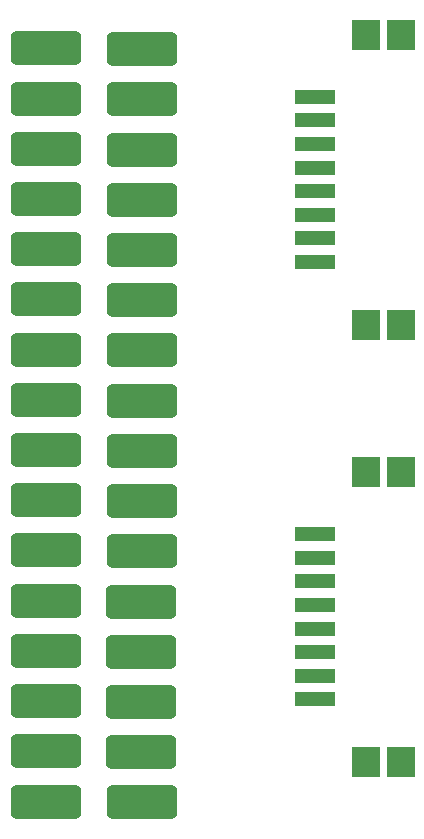
<source format=gbr>
%TF.GenerationSoftware,KiCad,Pcbnew,9.0.0*%
%TF.CreationDate,2025-05-27T23:15:15+02:00*%
%TF.ProjectId,PUTM_EV_PDMv2_PLAN_B_2024,5055544d-5f45-4565-9f50-444d76325f50,1.0*%
%TF.SameCoordinates,Original*%
%TF.FileFunction,Paste,Top*%
%TF.FilePolarity,Positive*%
%FSLAX46Y46*%
G04 Gerber Fmt 4.6, Leading zero omitted, Abs format (unit mm)*
G04 Created by KiCad (PCBNEW 9.0.0) date 2025-05-27 23:15:15*
%MOMM*%
%LPD*%
G01*
G04 APERTURE LIST*
G04 Aperture macros list*
%AMRoundRect*
0 Rectangle with rounded corners*
0 $1 Rounding radius*
0 $2 $3 $4 $5 $6 $7 $8 $9 X,Y pos of 4 corners*
0 Add a 4 corners polygon primitive as box body*
4,1,4,$2,$3,$4,$5,$6,$7,$8,$9,$2,$3,0*
0 Add four circle primitives for the rounded corners*
1,1,$1+$1,$2,$3*
1,1,$1+$1,$4,$5*
1,1,$1+$1,$6,$7*
1,1,$1+$1,$8,$9*
0 Add four rect primitives between the rounded corners*
20,1,$1+$1,$2,$3,$4,$5,0*
20,1,$1+$1,$4,$5,$6,$7,0*
20,1,$1+$1,$6,$7,$8,$9,0*
20,1,$1+$1,$8,$9,$2,$3,0*%
G04 Aperture macros list end*
%ADD10C,0.010000*%
%ADD11RoundRect,0.420000X-2.580000X-0.980000X2.580000X-0.980000X2.580000X0.980000X-2.580000X0.980000X0*%
%ADD12R,3.500000X1.250000*%
G04 APERTURE END LIST*
D10*
%TO.C,J5*%
X175510000Y-75690000D02*
X173230000Y-75690000D01*
X173230000Y-73240000D01*
X175510000Y-73240000D01*
X175510000Y-75690000D01*
G36*
X175510000Y-75690000D02*
G01*
X173230000Y-75690000D01*
X173230000Y-73240000D01*
X175510000Y-73240000D01*
X175510000Y-75690000D01*
G37*
X175510000Y-100240000D02*
X173230000Y-100240000D01*
X173230000Y-97790000D01*
X175510000Y-97790000D01*
X175510000Y-100240000D01*
G36*
X175510000Y-100240000D02*
G01*
X173230000Y-100240000D01*
X173230000Y-97790000D01*
X175510000Y-97790000D01*
X175510000Y-100240000D01*
G37*
X178490000Y-75690000D02*
X176210000Y-75690000D01*
X176210000Y-73240000D01*
X178490000Y-73240000D01*
X178490000Y-75690000D01*
G36*
X178490000Y-75690000D02*
G01*
X176210000Y-75690000D01*
X176210000Y-73240000D01*
X178490000Y-73240000D01*
X178490000Y-75690000D01*
G37*
X178490000Y-100240000D02*
X176210000Y-100240000D01*
X176210000Y-97790000D01*
X178490000Y-97790000D01*
X178490000Y-100240000D01*
G36*
X178490000Y-100240000D02*
G01*
X176210000Y-100240000D01*
X176210000Y-97790000D01*
X178490000Y-97790000D01*
X178490000Y-100240000D01*
G37*
%TO.C,J8*%
X175550000Y-112730000D02*
X173270000Y-112730000D01*
X173270000Y-110280000D01*
X175550000Y-110280000D01*
X175550000Y-112730000D01*
G36*
X175550000Y-112730000D02*
G01*
X173270000Y-112730000D01*
X173270000Y-110280000D01*
X175550000Y-110280000D01*
X175550000Y-112730000D01*
G37*
X175550000Y-137280000D02*
X173270000Y-137280000D01*
X173270000Y-134830000D01*
X175550000Y-134830000D01*
X175550000Y-137280000D01*
G36*
X175550000Y-137280000D02*
G01*
X173270000Y-137280000D01*
X173270000Y-134830000D01*
X175550000Y-134830000D01*
X175550000Y-137280000D01*
G37*
X178530000Y-112730000D02*
X176250000Y-112730000D01*
X176250000Y-110280000D01*
X178530000Y-110280000D01*
X178530000Y-112730000D01*
G36*
X178530000Y-112730000D02*
G01*
X176250000Y-112730000D01*
X176250000Y-110280000D01*
X178530000Y-110280000D01*
X178530000Y-112730000D01*
G37*
X178530000Y-137280000D02*
X176250000Y-137280000D01*
X176250000Y-134830000D01*
X178530000Y-134830000D01*
X178530000Y-137280000D01*
G36*
X178530000Y-137280000D02*
G01*
X176250000Y-137280000D01*
X176250000Y-134830000D01*
X178530000Y-134830000D01*
X178530000Y-137280000D01*
G37*
%TD*%
D11*
%TO.C,TSAL/HV_1*%
X147380000Y-139430000D03*
X155500000Y-139500000D03*
%TD*%
%TO.C,BRAKE/IR/AIR_1*%
X147335000Y-118160000D03*
X155455000Y-118230000D03*
%TD*%
%TO.C,INVERTER_2*%
X147300000Y-126680000D03*
X155420000Y-126750000D03*
%TD*%
%TO.C,FAN_1*%
X147360000Y-88410000D03*
X155480000Y-88480000D03*
%TD*%
D12*
%TO.C,J5*%
X170110000Y-93740000D03*
X170110000Y-91740000D03*
X170110000Y-89740000D03*
X170110000Y-87740000D03*
X170110000Y-85740000D03*
X170110000Y-83740000D03*
X170110000Y-81740000D03*
X170110000Y-79740000D03*
%TD*%
D11*
%TO.C,PC_4*%
X147360000Y-92660000D03*
X155480000Y-92730000D03*
%TD*%
%TO.C,PUMP_1*%
X147360000Y-84160000D03*
X155480000Y-84230000D03*
%TD*%
%TO.C,INVERTER_1*%
X147300000Y-130930000D03*
X155420000Y-131000000D03*
%TD*%
%TO.C,PUMP_2*%
X147360000Y-79910000D03*
X155480000Y-79980000D03*
%TD*%
D12*
%TO.C,J8*%
X170150000Y-130780000D03*
X170150000Y-128780000D03*
X170150000Y-126780000D03*
X170150000Y-124780000D03*
X170150000Y-122780000D03*
X170150000Y-120780000D03*
X170150000Y-118780000D03*
X170150000Y-116780000D03*
%TD*%
D11*
%TO.C,REARBOX/DIAGPORT/BRAKE_L_1*%
X147300000Y-135180000D03*
X155420000Y-135250000D03*
%TD*%
%TO.C,SDC/ASMS_1*%
X147335000Y-113910000D03*
X155455000Y-113980000D03*
%TD*%
%TO.C,PC_3*%
X147360000Y-96910000D03*
X155480000Y-96980000D03*
%TD*%
%TO.C,PC_1*%
X147360000Y-105410000D03*
X155480000Y-105480000D03*
%TD*%
%TO.C,FBOX_1*%
X147300000Y-122430000D03*
X155420000Y-122500000D03*
%TD*%
%TO.C,FAN_2*%
X147360000Y-75660000D03*
X155480000Y-75730000D03*
%TD*%
%TO.C,DASH_1*%
X147335000Y-109660000D03*
X155455000Y-109730000D03*
%TD*%
%TO.C,PC_2*%
X147360000Y-101160000D03*
X155480000Y-101230000D03*
%TD*%
M02*

</source>
